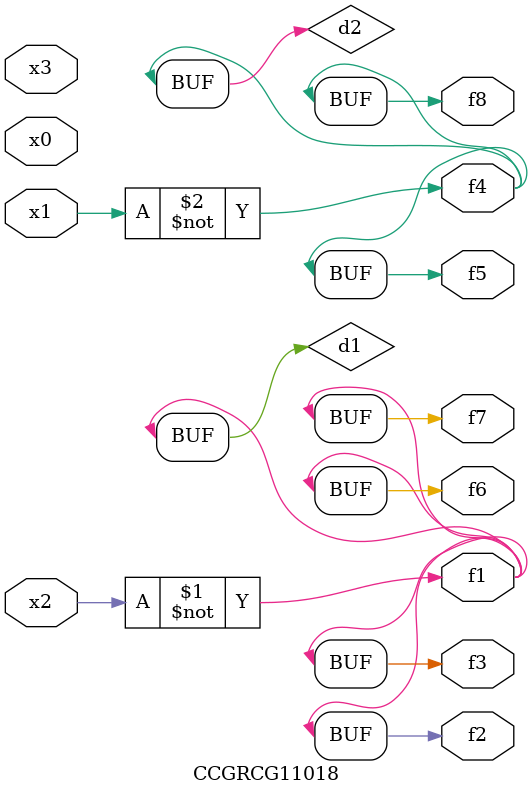
<source format=v>
module CCGRCG11018(
	input x0, x1, x2, x3,
	output f1, f2, f3, f4, f5, f6, f7, f8
);

	wire d1, d2;

	xnor (d1, x2);
	not (d2, x1);
	assign f1 = d1;
	assign f2 = d1;
	assign f3 = d1;
	assign f4 = d2;
	assign f5 = d2;
	assign f6 = d1;
	assign f7 = d1;
	assign f8 = d2;
endmodule

</source>
